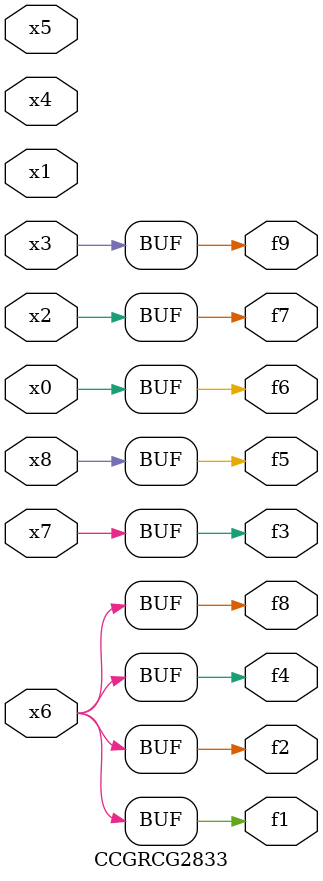
<source format=v>
module CCGRCG2833(
	input x0, x1, x2, x3, x4, x5, x6, x7, x8,
	output f1, f2, f3, f4, f5, f6, f7, f8, f9
);
	assign f1 = x6;
	assign f2 = x6;
	assign f3 = x7;
	assign f4 = x6;
	assign f5 = x8;
	assign f6 = x0;
	assign f7 = x2;
	assign f8 = x6;
	assign f9 = x3;
endmodule

</source>
